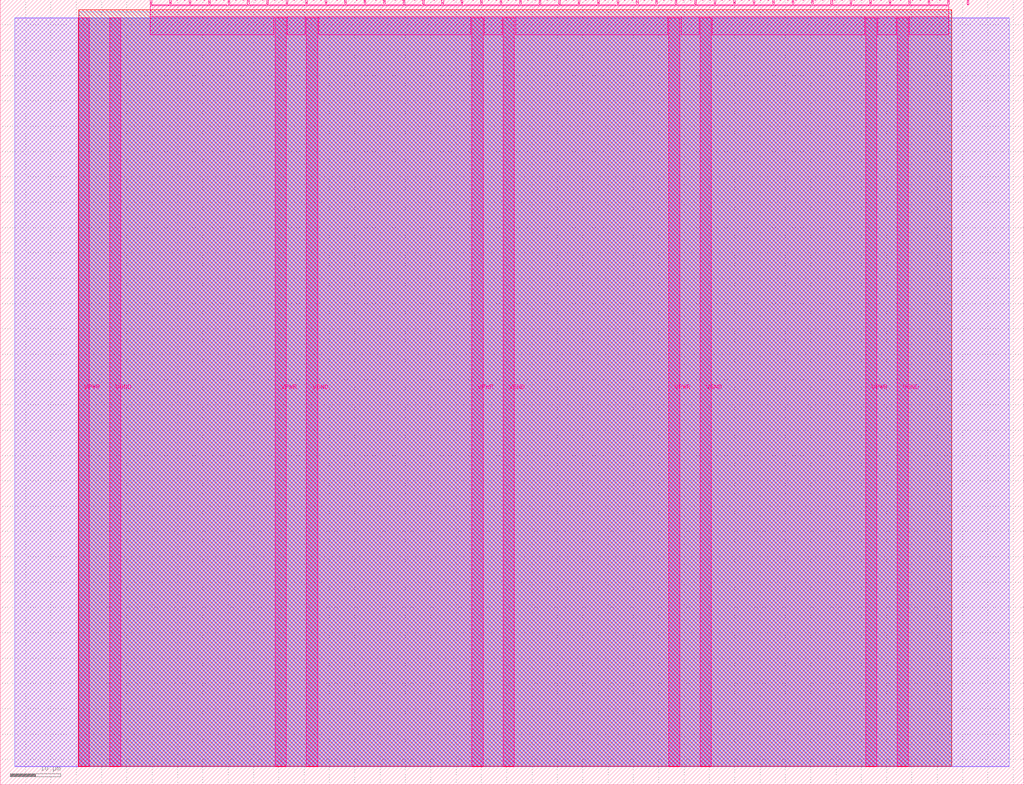
<source format=lef>
VERSION 5.7 ;
  NOWIREEXTENSIONATPIN ON ;
  DIVIDERCHAR "/" ;
  BUSBITCHARS "[]" ;
MACRO tt_um_wokwi_434917139713644545
  CLASS BLOCK ;
  FOREIGN tt_um_wokwi_434917139713644545 ;
  ORIGIN 0.000 0.000 ;
  SIZE 202.080 BY 154.980 ;
  PIN VGND
    DIRECTION INOUT ;
    USE GROUND ;
    PORT
      LAYER Metal5 ;
        RECT 21.580 3.560 23.780 151.420 ;
    END
    PORT
      LAYER Metal5 ;
        RECT 60.450 3.560 62.650 151.420 ;
    END
    PORT
      LAYER Metal5 ;
        RECT 99.320 3.560 101.520 151.420 ;
    END
    PORT
      LAYER Metal5 ;
        RECT 138.190 3.560 140.390 151.420 ;
    END
    PORT
      LAYER Metal5 ;
        RECT 177.060 3.560 179.260 151.420 ;
    END
  END VGND
  PIN VPWR
    DIRECTION INOUT ;
    USE POWER ;
    PORT
      LAYER Metal5 ;
        RECT 15.380 3.560 17.580 151.420 ;
    END
    PORT
      LAYER Metal5 ;
        RECT 54.250 3.560 56.450 151.420 ;
    END
    PORT
      LAYER Metal5 ;
        RECT 93.120 3.560 95.320 151.420 ;
    END
    PORT
      LAYER Metal5 ;
        RECT 131.990 3.560 134.190 151.420 ;
    END
    PORT
      LAYER Metal5 ;
        RECT 170.860 3.560 173.060 151.420 ;
    END
  END VPWR
  PIN clk
    DIRECTION INPUT ;
    USE SIGNAL ;
    ANTENNAGATEAREA 0.192400 ;
    PORT
      LAYER Metal5 ;
        RECT 187.050 153.980 187.350 154.980 ;
    END
  END clk
  PIN ena
    DIRECTION INPUT ;
    USE SIGNAL ;
    PORT
      LAYER Metal5 ;
        RECT 190.890 153.980 191.190 154.980 ;
    END
  END ena
  PIN rst_n
    DIRECTION INPUT ;
    USE SIGNAL ;
    ANTENNAGATEAREA 0.180700 ;
    PORT
      LAYER Metal5 ;
        RECT 183.210 153.980 183.510 154.980 ;
    END
  END rst_n
  PIN ui_in[0]
    DIRECTION INPUT ;
    USE SIGNAL ;
    ANTENNAGATEAREA 0.180700 ;
    PORT
      LAYER Metal5 ;
        RECT 179.370 153.980 179.670 154.980 ;
    END
  END ui_in[0]
  PIN ui_in[1]
    DIRECTION INPUT ;
    USE SIGNAL ;
    PORT
      LAYER Metal5 ;
        RECT 175.530 153.980 175.830 154.980 ;
    END
  END ui_in[1]
  PIN ui_in[2]
    DIRECTION INPUT ;
    USE SIGNAL ;
    PORT
      LAYER Metal5 ;
        RECT 171.690 153.980 171.990 154.980 ;
    END
  END ui_in[2]
  PIN ui_in[3]
    DIRECTION INPUT ;
    USE SIGNAL ;
    PORT
      LAYER Metal5 ;
        RECT 167.850 153.980 168.150 154.980 ;
    END
  END ui_in[3]
  PIN ui_in[4]
    DIRECTION INPUT ;
    USE SIGNAL ;
    ANTENNAGATEAREA 0.180700 ;
    PORT
      LAYER Metal5 ;
        RECT 164.010 153.980 164.310 154.980 ;
    END
  END ui_in[4]
  PIN ui_in[5]
    DIRECTION INPUT ;
    USE SIGNAL ;
    ANTENNAGATEAREA 0.180700 ;
    PORT
      LAYER Metal5 ;
        RECT 160.170 153.980 160.470 154.980 ;
    END
  END ui_in[5]
  PIN ui_in[6]
    DIRECTION INPUT ;
    USE SIGNAL ;
    ANTENNAGATEAREA 0.180700 ;
    PORT
      LAYER Metal5 ;
        RECT 156.330 153.980 156.630 154.980 ;
    END
  END ui_in[6]
  PIN ui_in[7]
    DIRECTION INPUT ;
    USE SIGNAL ;
    ANTENNAGATEAREA 0.180700 ;
    PORT
      LAYER Metal5 ;
        RECT 152.490 153.980 152.790 154.980 ;
    END
  END ui_in[7]
  PIN uio_in[0]
    DIRECTION INPUT ;
    USE SIGNAL ;
    PORT
      LAYER Metal5 ;
        RECT 148.650 153.980 148.950 154.980 ;
    END
  END uio_in[0]
  PIN uio_in[1]
    DIRECTION INPUT ;
    USE SIGNAL ;
    PORT
      LAYER Metal5 ;
        RECT 144.810 153.980 145.110 154.980 ;
    END
  END uio_in[1]
  PIN uio_in[2]
    DIRECTION INPUT ;
    USE SIGNAL ;
    PORT
      LAYER Metal5 ;
        RECT 140.970 153.980 141.270 154.980 ;
    END
  END uio_in[2]
  PIN uio_in[3]
    DIRECTION INPUT ;
    USE SIGNAL ;
    PORT
      LAYER Metal5 ;
        RECT 137.130 153.980 137.430 154.980 ;
    END
  END uio_in[3]
  PIN uio_in[4]
    DIRECTION INPUT ;
    USE SIGNAL ;
    PORT
      LAYER Metal5 ;
        RECT 133.290 153.980 133.590 154.980 ;
    END
  END uio_in[4]
  PIN uio_in[5]
    DIRECTION INPUT ;
    USE SIGNAL ;
    PORT
      LAYER Metal5 ;
        RECT 129.450 153.980 129.750 154.980 ;
    END
  END uio_in[5]
  PIN uio_in[6]
    DIRECTION INPUT ;
    USE SIGNAL ;
    PORT
      LAYER Metal5 ;
        RECT 125.610 153.980 125.910 154.980 ;
    END
  END uio_in[6]
  PIN uio_in[7]
    DIRECTION INPUT ;
    USE SIGNAL ;
    PORT
      LAYER Metal5 ;
        RECT 121.770 153.980 122.070 154.980 ;
    END
  END uio_in[7]
  PIN uio_oe[0]
    DIRECTION OUTPUT ;
    USE SIGNAL ;
    ANTENNADIFFAREA 0.299200 ;
    PORT
      LAYER Metal5 ;
        RECT 56.490 153.980 56.790 154.980 ;
    END
  END uio_oe[0]
  PIN uio_oe[1]
    DIRECTION OUTPUT ;
    USE SIGNAL ;
    ANTENNADIFFAREA 0.299200 ;
    PORT
      LAYER Metal5 ;
        RECT 52.650 153.980 52.950 154.980 ;
    END
  END uio_oe[1]
  PIN uio_oe[2]
    DIRECTION OUTPUT ;
    USE SIGNAL ;
    ANTENNADIFFAREA 0.299200 ;
    PORT
      LAYER Metal5 ;
        RECT 48.810 153.980 49.110 154.980 ;
    END
  END uio_oe[2]
  PIN uio_oe[3]
    DIRECTION OUTPUT ;
    USE SIGNAL ;
    ANTENNADIFFAREA 0.299200 ;
    PORT
      LAYER Metal5 ;
        RECT 44.970 153.980 45.270 154.980 ;
    END
  END uio_oe[3]
  PIN uio_oe[4]
    DIRECTION OUTPUT ;
    USE SIGNAL ;
    ANTENNADIFFAREA 0.299200 ;
    PORT
      LAYER Metal5 ;
        RECT 41.130 153.980 41.430 154.980 ;
    END
  END uio_oe[4]
  PIN uio_oe[5]
    DIRECTION OUTPUT ;
    USE SIGNAL ;
    ANTENNADIFFAREA 0.299200 ;
    PORT
      LAYER Metal5 ;
        RECT 37.290 153.980 37.590 154.980 ;
    END
  END uio_oe[5]
  PIN uio_oe[6]
    DIRECTION OUTPUT ;
    USE SIGNAL ;
    ANTENNADIFFAREA 0.299200 ;
    PORT
      LAYER Metal5 ;
        RECT 33.450 153.980 33.750 154.980 ;
    END
  END uio_oe[6]
  PIN uio_oe[7]
    DIRECTION OUTPUT ;
    USE SIGNAL ;
    ANTENNADIFFAREA 0.299200 ;
    PORT
      LAYER Metal5 ;
        RECT 29.610 153.980 29.910 154.980 ;
    END
  END uio_oe[7]
  PIN uio_out[0]
    DIRECTION OUTPUT ;
    USE SIGNAL ;
    ANTENNADIFFAREA 0.299200 ;
    PORT
      LAYER Metal5 ;
        RECT 87.210 153.980 87.510 154.980 ;
    END
  END uio_out[0]
  PIN uio_out[1]
    DIRECTION OUTPUT ;
    USE SIGNAL ;
    ANTENNADIFFAREA 0.299200 ;
    PORT
      LAYER Metal5 ;
        RECT 83.370 153.980 83.670 154.980 ;
    END
  END uio_out[1]
  PIN uio_out[2]
    DIRECTION OUTPUT ;
    USE SIGNAL ;
    ANTENNADIFFAREA 0.299200 ;
    PORT
      LAYER Metal5 ;
        RECT 79.530 153.980 79.830 154.980 ;
    END
  END uio_out[2]
  PIN uio_out[3]
    DIRECTION OUTPUT ;
    USE SIGNAL ;
    ANTENNADIFFAREA 0.299200 ;
    PORT
      LAYER Metal5 ;
        RECT 75.690 153.980 75.990 154.980 ;
    END
  END uio_out[3]
  PIN uio_out[4]
    DIRECTION OUTPUT ;
    USE SIGNAL ;
    ANTENNADIFFAREA 0.299200 ;
    PORT
      LAYER Metal5 ;
        RECT 71.850 153.980 72.150 154.980 ;
    END
  END uio_out[4]
  PIN uio_out[5]
    DIRECTION OUTPUT ;
    USE SIGNAL ;
    ANTENNADIFFAREA 0.299200 ;
    PORT
      LAYER Metal5 ;
        RECT 68.010 153.980 68.310 154.980 ;
    END
  END uio_out[5]
  PIN uio_out[6]
    DIRECTION OUTPUT ;
    USE SIGNAL ;
    ANTENNADIFFAREA 0.299200 ;
    PORT
      LAYER Metal5 ;
        RECT 64.170 153.980 64.470 154.980 ;
    END
  END uio_out[6]
  PIN uio_out[7]
    DIRECTION OUTPUT ;
    USE SIGNAL ;
    ANTENNADIFFAREA 0.299200 ;
    PORT
      LAYER Metal5 ;
        RECT 60.330 153.980 60.630 154.980 ;
    END
  END uio_out[7]
  PIN uo_out[0]
    DIRECTION OUTPUT ;
    USE SIGNAL ;
    ANTENNADIFFAREA 0.654800 ;
    PORT
      LAYER Metal5 ;
        RECT 117.930 153.980 118.230 154.980 ;
    END
  END uo_out[0]
  PIN uo_out[1]
    DIRECTION OUTPUT ;
    USE SIGNAL ;
    ANTENNADIFFAREA 0.654800 ;
    PORT
      LAYER Metal5 ;
        RECT 114.090 153.980 114.390 154.980 ;
    END
  END uo_out[1]
  PIN uo_out[2]
    DIRECTION OUTPUT ;
    USE SIGNAL ;
    ANTENNADIFFAREA 0.299200 ;
    PORT
      LAYER Metal5 ;
        RECT 110.250 153.980 110.550 154.980 ;
    END
  END uo_out[2]
  PIN uo_out[3]
    DIRECTION OUTPUT ;
    USE SIGNAL ;
    ANTENNADIFFAREA 0.299200 ;
    PORT
      LAYER Metal5 ;
        RECT 106.410 153.980 106.710 154.980 ;
    END
  END uo_out[3]
  PIN uo_out[4]
    DIRECTION OUTPUT ;
    USE SIGNAL ;
    ANTENNADIFFAREA 0.654800 ;
    PORT
      LAYER Metal5 ;
        RECT 102.570 153.980 102.870 154.980 ;
    END
  END uo_out[4]
  PIN uo_out[5]
    DIRECTION OUTPUT ;
    USE SIGNAL ;
    ANTENNADIFFAREA 0.654800 ;
    PORT
      LAYER Metal5 ;
        RECT 98.730 153.980 99.030 154.980 ;
    END
  END uo_out[5]
  PIN uo_out[6]
    DIRECTION OUTPUT ;
    USE SIGNAL ;
    ANTENNADIFFAREA 0.654800 ;
    PORT
      LAYER Metal5 ;
        RECT 94.890 153.980 95.190 154.980 ;
    END
  END uo_out[6]
  PIN uo_out[7]
    DIRECTION OUTPUT ;
    USE SIGNAL ;
    ANTENNADIFFAREA 0.654800 ;
    PORT
      LAYER Metal5 ;
        RECT 91.050 153.980 91.350 154.980 ;
    END
  END uo_out[7]
  OBS
      LAYER GatPoly ;
        RECT 2.880 3.630 199.200 151.350 ;
      LAYER Metal1 ;
        RECT 2.880 3.560 199.200 151.420 ;
      LAYER Metal2 ;
        RECT 15.515 3.680 187.825 151.300 ;
      LAYER Metal3 ;
        RECT 15.560 3.635 187.780 152.605 ;
      LAYER Metal4 ;
        RECT 15.515 3.680 187.825 152.980 ;
      LAYER Metal5 ;
        RECT 30.120 153.770 33.240 153.980 ;
        RECT 33.960 153.770 37.080 153.980 ;
        RECT 37.800 153.770 40.920 153.980 ;
        RECT 41.640 153.770 44.760 153.980 ;
        RECT 45.480 153.770 48.600 153.980 ;
        RECT 49.320 153.770 52.440 153.980 ;
        RECT 53.160 153.770 56.280 153.980 ;
        RECT 57.000 153.770 60.120 153.980 ;
        RECT 60.840 153.770 63.960 153.980 ;
        RECT 64.680 153.770 67.800 153.980 ;
        RECT 68.520 153.770 71.640 153.980 ;
        RECT 72.360 153.770 75.480 153.980 ;
        RECT 76.200 153.770 79.320 153.980 ;
        RECT 80.040 153.770 83.160 153.980 ;
        RECT 83.880 153.770 87.000 153.980 ;
        RECT 87.720 153.770 90.840 153.980 ;
        RECT 91.560 153.770 94.680 153.980 ;
        RECT 95.400 153.770 98.520 153.980 ;
        RECT 99.240 153.770 102.360 153.980 ;
        RECT 103.080 153.770 106.200 153.980 ;
        RECT 106.920 153.770 110.040 153.980 ;
        RECT 110.760 153.770 113.880 153.980 ;
        RECT 114.600 153.770 117.720 153.980 ;
        RECT 118.440 153.770 121.560 153.980 ;
        RECT 122.280 153.770 125.400 153.980 ;
        RECT 126.120 153.770 129.240 153.980 ;
        RECT 129.960 153.770 133.080 153.980 ;
        RECT 133.800 153.770 136.920 153.980 ;
        RECT 137.640 153.770 140.760 153.980 ;
        RECT 141.480 153.770 144.600 153.980 ;
        RECT 145.320 153.770 148.440 153.980 ;
        RECT 149.160 153.770 152.280 153.980 ;
        RECT 153.000 153.770 156.120 153.980 ;
        RECT 156.840 153.770 159.960 153.980 ;
        RECT 160.680 153.770 163.800 153.980 ;
        RECT 164.520 153.770 167.640 153.980 ;
        RECT 168.360 153.770 171.480 153.980 ;
        RECT 172.200 153.770 175.320 153.980 ;
        RECT 176.040 153.770 179.160 153.980 ;
        RECT 179.880 153.770 183.000 153.980 ;
        RECT 183.720 153.770 186.840 153.980 ;
        RECT 29.660 151.630 187.300 153.770 ;
        RECT 29.660 148.115 54.040 151.630 ;
        RECT 56.660 148.115 60.240 151.630 ;
        RECT 62.860 148.115 92.910 151.630 ;
        RECT 95.530 148.115 99.110 151.630 ;
        RECT 101.730 148.115 131.780 151.630 ;
        RECT 134.400 148.115 137.980 151.630 ;
        RECT 140.600 148.115 170.650 151.630 ;
        RECT 173.270 148.115 176.850 151.630 ;
        RECT 179.470 148.115 187.300 151.630 ;
  END
END tt_um_wokwi_434917139713644545
END LIBRARY


</source>
